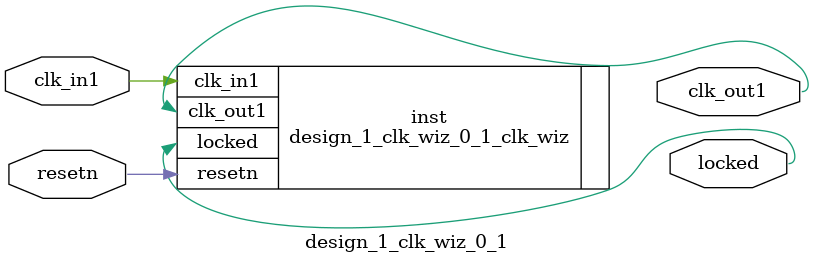
<source format=v>


`timescale 1ps/1ps

(* CORE_GENERATION_INFO = "design_1_clk_wiz_0_1,clk_wiz_v6_0_6_0_0,{component_name=design_1_clk_wiz_0_1,use_phase_alignment=true,use_min_o_jitter=false,use_max_i_jitter=false,use_dyn_phase_shift=false,use_inclk_switchover=false,use_dyn_reconfig=false,enable_axi=0,feedback_source=FDBK_AUTO,PRIMITIVE=MMCM,num_out_clk=1,clkin1_period=10.000,clkin2_period=10.000,use_power_down=false,use_reset=true,use_locked=true,use_inclk_stopped=false,feedback_type=SINGLE,CLOCK_MGR_TYPE=NA,manual_override=false}" *)

module design_1_clk_wiz_0_1 
 (
  // Clock out ports
  output        clk_out1,
  // Status and control signals
  input         resetn,
  output        locked,
 // Clock in ports
  input         clk_in1
 );

  design_1_clk_wiz_0_1_clk_wiz inst
  (
  // Clock out ports  
  .clk_out1(clk_out1),
  // Status and control signals               
  .resetn(resetn), 
  .locked(locked),
 // Clock in ports
  .clk_in1(clk_in1)
  );

endmodule

</source>
